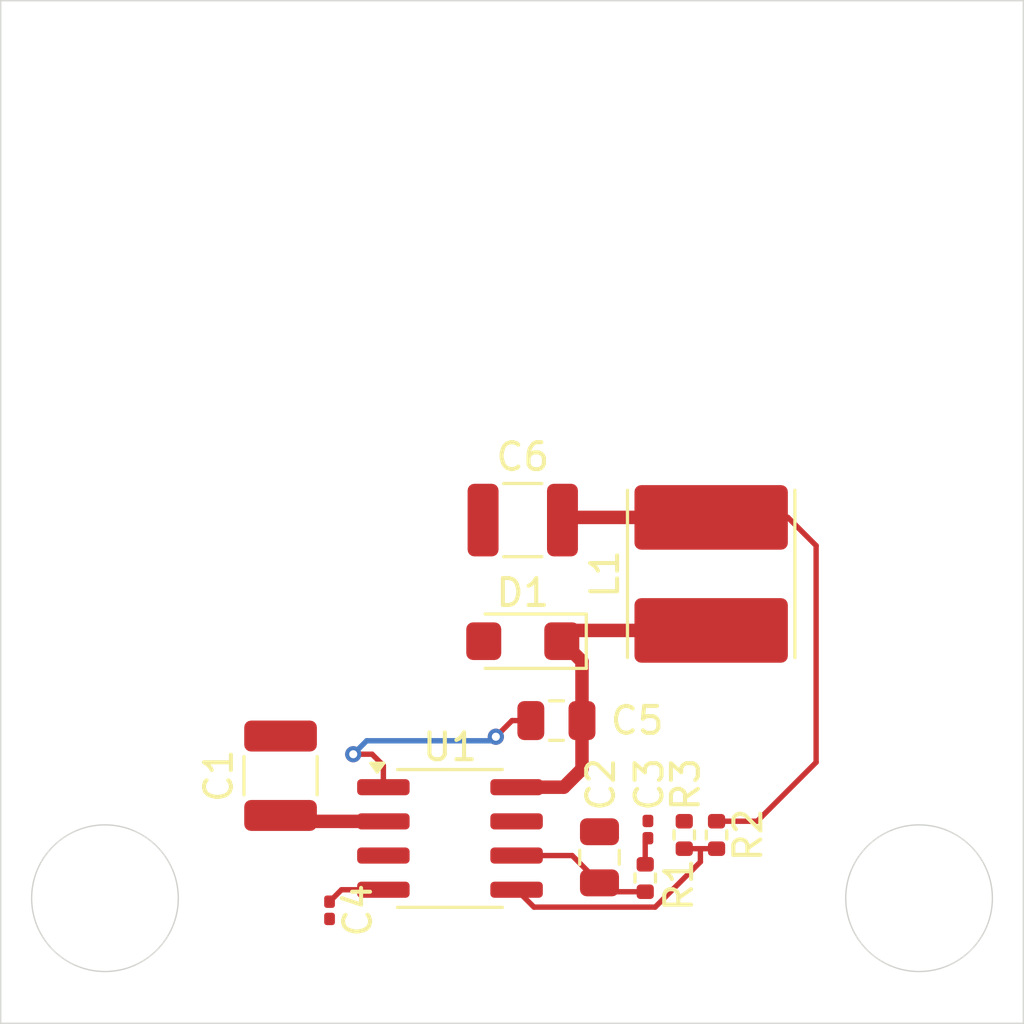
<source format=kicad_pcb>
(kicad_pcb (version 20241229) (generator "pcbnew") (generator_version "9.0")
  (layers (0 "F.Cu" signal) (2 "B.Cu" signal) (13 "F.Paste" user) (15 "B.Paste" user) (5 "F.SilkS" user "F.Silkscreen") (7 "B.SilkS" user "B.Silkscreen") (1 "F.Mask" user) (3 "B.Mask" user) (25 "Edge.Cuts" user))
  (net 0 "")
  (net 1 "12V")
  (net 2 "GND")
  (net 3 "Net-(U1-COMP)")
  (net 4 "Net-(U1-SS)")
  (net 5 "Net-(D1-K)")
  (net 6 "Net-(U1-BOOT)")
  (net 7 "Net-(C6-Pad1)")
  (net 8 "Net-(U1-VSENSE)")
  (net 10 "Net-(C3-Pad1)")
  (footprint "Package_SO:SOIC-8_3.9x4.9mm_P1.27mm" (layer "F.Cu") (at 110.545 73.03)
    (property "Reference" "U1" (at 0 -3.4 0) (layer "F.SilkS"))
    (property "Value" "~")
    (fp_line (start 0 -2.56) (end -1.95 -2.56) (stroke (width 0.12)) (layer "F.SilkS"))
    (fp_line (start 0 -2.56) (end 1.95 -2.56) (stroke (width 0.12)) (layer "F.SilkS"))
    (fp_line (start 0 2.56) (end -1.95 2.56) (stroke (width 0.12)) (layer "F.SilkS"))
    (fp_line (start 0 2.56) (end 1.95 2.56) (stroke (width 0.12)) (layer "F.SilkS"))
    (fp_poly (pts (xy -2.7 -2.465) (xy -2.94 -2.795) (xy -2.46 -2.795)) (stroke (width 0.12)) (fill yes) (layer "F.SilkS"))
    (pad "1" smd roundrect (at -2.475 -1.905) (size 1.95 0.6) (layers "F.Cu" "F.Mask" "F.Paste") (net 6 "Net-(U1-BOOT)"))
    (pad "2" smd roundrect (at -2.475 -0.635) (size 1.95 0.6) (layers "F.Cu" "F.Mask" "F.Paste") (net 1 "12V"))
    (pad "3" smd roundrect (at -2.475 0.635) (size 1.95 0.6) (layers "F.Cu" "F.Mask" "F.Paste"))
    (pad "4" smd roundrect (at -2.475 1.905) (size 1.95 0.6) (layers "F.Cu" "F.Mask" "F.Paste") (net 4 "Net-(U1-SS)"))
    (pad "5" smd roundrect (at 2.475 1.905) (size 1.95 0.6) (layers "F.Cu" "F.Mask" "F.Paste") (net 8 "Net-(U1-VSENSE)"))
    (pad "6" smd roundrect (at 2.475 0.635) (size 1.95 0.6) (layers "F.Cu" "F.Mask" "F.Paste") (net 3 "Net-(U1-COMP)"))
    (pad "7" smd roundrect (at 2.475 -0.635) (size 1.95 0.6) (layers "F.Cu" "F.Mask" "F.Paste") (net 2 "GND"))
    (pad "8" smd roundrect (at 2.475 -1.905) (size 1.95 0.6) (layers "F.Cu" "F.Mask" "F.Paste") (net 5 "Net-(D1-K)"))
  )
  (footprint "Capacitor_SMD:C_0805_2012Metric" (layer "F.Cu") (at 114.5 68.65)
    (property "Reference" "C5" (at 3 0 0) (layer "F.SilkS"))
    (property "Value" "100nF")
    (fp_line (start -0.261252 -0.735) (end 0.261252 -0.735) (stroke (width 0.12)) (layer "F.SilkS"))
    (fp_line (start -0.261252 0.735) (end 0.261252 0.735) (stroke (width 0.12)) (layer "F.SilkS"))
    (pad "1" smd roundrect (at -0.95 0) (size 1 1.45) (layers "F.Cu" "F.Mask" "F.Paste") (net 6 "Net-(U1-BOOT)"))
    (pad "2" smd roundrect (at 0.95 0) (size 1 1.45) (layers "F.Cu" "F.Mask" "F.Paste") (net 5 "Net-(D1-K)"))
  )
  (footprint "Resistor_SMD:R_0402_1005Metric" (layer "F.Cu") (at 119.25 72.9 90)
    (property "Reference" "R3" (at 1.88 0.05 90) (layer "F.SilkS"))
    (property "Value" "3.24K")
    (fp_line (start -0.153641 -0.38) (end 0.153641 -0.38) (stroke (width 0.12)) (layer "F.SilkS"))
    (fp_line (start -0.153641 0.38) (end 0.153641 0.38) (stroke (width 0.12)) (layer "F.SilkS"))
    (pad "1" smd roundrect (at -0.51 0 90) (size 0.54 0.64) (layers "F.Cu" "F.Mask" "F.Paste") (net 8 "Net-(U1-VSENSE)"))
    (pad "2" smd roundrect (at 0.51 0 90) (size 0.54 0.64) (layers "F.Cu" "F.Mask" "F.Paste") (net 2 "GND"))
  )
  (footprint "Inductor_SMD:L_Cenker_CKCS6045" (layer "F.Cu") (at 120.25 63.2 90)
    (property "Reference" "L1" (at 0 -3.95 90) (layer "F.SilkS"))
    (property "Value" "L")
    (fp_line (start -3.11 -3.11) (end 3.11 -3.11) (stroke (width 0.12)) (layer "F.SilkS"))
    (fp_line (start 3.11 3.11) (end -3.11 3.11) (stroke (width 0.12)) (layer "F.SilkS"))
    (pad "1" smd roundrect (at -2.1 0 90) (size 2.4 5.7) (layers "F.Cu" "F.Mask" "F.Paste") (roundrect_rratio 0.104167) (net 5 "Net-(D1-K)"))
    (pad "2" smd roundrect (at 2.1 0 90) (size 2.4 5.7) (layers "F.Cu" "F.Mask" "F.Paste") (roundrect_rratio 0.104167) (net 7 "Net-(C6-Pad1)"))
  )
  (footprint "Capacitor_SMD:C_0805_2012Metric" (layer "F.Cu") (at 116.1 73.73 90)
    (property "Reference" "C2" (at 2.71 0.05 90) (layer "F.SilkS"))
    (property "Value" "10pF")
    (fp_line (start -0.261252 -0.735) (end 0.261252 -0.735) (stroke (width 0.12)) (layer "F.SilkS"))
    (fp_line (start -0.261252 0.735) (end 0.261252 0.735) (stroke (width 0.12)) (layer "F.SilkS"))
    (pad "1" smd roundrect (at -0.95 0 90) (size 1 1.45) (layers "F.Cu" "F.Mask" "F.Paste") (net 3 "Net-(U1-COMP)"))
    (pad "2" smd roundrect (at 0.95 0 90) (size 1 1.45) (layers "F.Cu" "F.Mask" "F.Paste") (net 2 "GND"))
  )
  (footprint "Capacitor_SMD:C_1210_3225Metric" (layer "F.Cu") (at 113.25 61.2 180)
    (property "Reference" "C6" (at 0 2.35 0) (layer "F.SilkS"))
    (property "Value" "47uF")
    (fp_line (start -0.711252 1.36) (end 0.711252 1.36) (stroke (width 0.12)) (layer "F.SilkS"))
    (fp_line (start -0.711252 -1.36) (end 0.711252 -1.36) (stroke (width 0.12)) (layer "F.SilkS"))
    (pad "1" smd roundrect (at -1.475 0 180) (size 1.15 2.7) (layers "F.Cu" "F.Mask" "F.Paste") (roundrect_rratio 0.217391) (net 7 "Net-(C6-Pad1)"))
    (pad "2" smd roundrect (at 1.475 0 180) (size 1.15 2.7) (layers "F.Cu" "F.Mask" "F.Paste") (roundrect_rratio 0.217391) (net 2 "GND"))
  )
  (footprint "Capacitor_SMD:C_1210_3225Metric" (layer "F.Cu") (at 104.25 70.7 90)
    (property "Reference" "C1" (at 0 -2.3 90) (layer "F.SilkS"))
    (property "Value" "10uF")
    (fp_line (start -0.711252 -1.36) (end 0.711252 -1.36) (stroke (width 0.12)) (layer "F.SilkS"))
    (fp_line (start -0.711252 1.36) (end 0.711252 1.36) (stroke (width 0.12)) (layer "F.SilkS"))
    (pad "1" smd roundrect (at -1.475 0 90) (size 1.15 2.7) (layers "F.Cu" "F.Mask" "F.Paste") (roundrect_rratio 0.217391) (net 1 "12V"))
    (pad "2" smd roundrect (at 1.475 0 90) (size 1.15 2.7) (layers "F.Cu" "F.Mask" "F.Paste") (roundrect_rratio 0.217391) (net 2 "GND"))
  )
  (footprint "Capacitor_SMD:C_0201_0603Metric" (layer "F.Cu") (at 117.9 72.7 90)
    (property "Reference" "C3" (at 1.68 0.05 90) (layer "F.SilkS"))
    (property "Value" "4.3nF")
    (pad "1" smd roundrect (at -0.32 0 90) (size 0.46 0.4) (layers "F.Cu" "F.Mask") (net 10 "Net-(C3-Pad1)"))
    (pad "2" smd roundrect (at 0.32 0 90) (size 0.46 0.4) (layers "F.Cu" "F.Mask") (net 2 "GND"))
  )
  (footprint "Resistor_SMD:R_0402_1005Metric" (layer "F.Cu") (at 117.8 74.5 90)
    (property "Reference" "R1" (at -0.25 1.25 90) (layer "F.SilkS"))
    (property "Value" "8.66K")
    (fp_line (start -0.153641 -0.38) (end 0.153641 -0.38) (stroke (width 0.12)) (layer "F.SilkS"))
    (fp_line (start -0.153641 0.38) (end 0.153641 0.38) (stroke (width 0.12)) (layer "F.SilkS"))
    (pad "1" smd roundrect (at -0.51 0 90) (size 0.54 0.64) (layers "F.Cu" "F.Mask" "F.Paste") (net 3 "Net-(U1-COMP)"))
    (pad "2" smd roundrect (at 0.51 0 90) (size 0.54 0.64) (layers "F.Cu" "F.Mask" "F.Paste") (net 10 "Net-(C3-Pad1)"))
  )
  (footprint "Capacitor_SMD:C_0201_0603Metric" (layer "F.Cu") (at 106.07 75.7 -90)
    (property "Reference" "C4" (at 0 -1.05 90) (layer "F.SilkS"))
    (property "Value" "8.2nF")
    (pad "1" smd roundrect (at -0.32 0 270) (size 0.46 0.4) (layers "F.Cu" "F.Mask") (net 4 "Net-(U1-SS)"))
    (pad "2" smd roundrect (at 0.32 0 270) (size 0.46 0.4) (layers "F.Cu" "F.Mask") (net 2 "GND"))
  )
  (footprint "Diode_SMD:D_SMF" (layer "F.Cu") (at 113.25 65.7 180)
    (property "Reference" "D1" (at 0 1.8 0) (layer "F.SilkS"))
    (property "Value" "D_Schottky")
    (fp_line (start -2.36 1.01) (end 1.4 1.01) (stroke (width 0.12)) (layer "F.SilkS"))
    (fp_line (start -2.36 -1.01) (end 1.4 -1.01) (stroke (width 0.12)) (layer "F.SilkS"))
    (fp_line (start -2.36 -1.01) (end -2.36 1.01) (stroke (width 0.12)) (layer "F.SilkS"))
    (pad "1" smd roundrect (at -1.45 0 180) (size 1.3 1.4) (layers "F.Cu" "F.Mask" "F.Paste") (roundrect_rratio 0.1923076923) (net 5 "Net-(D1-K)"))
    (pad "2" smd roundrect (at 1.45 0 180) (size 1.3 1.4) (layers "F.Cu" "F.Mask" "F.Paste") (roundrect_rratio 0.1923076923) (net 2 "GND"))
  )
  (footprint "Resistor_SMD:R_0402_1005Metric" (layer "F.Cu") (at 120.45 72.9 -90)
    (property "Reference" "R2" (at 0 -1.17 90) (layer "F.SilkS"))
    (property "Value" "10.2K")
    (fp_line (start -0.153641 0.38) (end 0.153641 0.38) (stroke (width 0.12)) (layer "F.SilkS"))
    (fp_line (start -0.153641 -0.38) (end 0.153641 -0.38) (stroke (width 0.12)) (layer "F.SilkS"))
    (pad "1" smd roundrect (at -0.51 0 270) (size 0.54 0.64) (layers "F.Cu" "F.Mask" "F.Paste") (net 7 "Net-(C6-Pad1)"))
    (pad "2" smd roundrect (at 0.51 0 270) (size 0.54 0.64) (layers "F.Cu" "F.Mask" "F.Paste") (net 8 "Net-(U1-VSENSE)"))
  )
  (gr_circle (center 127.975 75.25) (end 130.7 75.25) (stroke (width 0.05)) (fill no) (layer "Edge.Cuts"))
  (gr_rect (start 93.85 41.9) (end 131.85 79.9) (stroke (width 0.05)) (fill no) (layer "Edge.Cuts"))
  (gr_circle (center 97.725 75.25) (end 100.45 75.25) (stroke (width 0.05)) (fill no) (layer "Edge.Cuts"))
  (segment (start 104.47 72.395) (end 104.25 72.175) (width 0.5) (layer "F.Cu") (net 1))
  (segment (start 108.07 72.395) (end 104.47 72.395) (width 0.5) (layer "F.Cu") (net 1))
  (segment (start 116.1 74.68) (end 115.085 73.665) (width 0.2) (layer "F.Cu") (net 3))
  (segment (start 117.8 75.01) (end 116.43 75.01) (width 0.2) (layer "F.Cu") (net 3))
  (segment (start 116.43 75.01) (end 116.1 74.68) (width 0.2) (layer "F.Cu") (net 3))
  (segment (start 115.085 73.665) (end 113.02 73.665) (width 0.2) (layer "F.Cu") (net 3))
  (segment (start 106.515 74.935) (end 106.07 75.38) (width 0.2) (layer "F.Cu") (net 4))
  (segment (start 108.07 74.935) (end 106.515 74.935) (width 0.2) (layer "F.Cu") (net 4))
  (segment (start 113.02 71.125) (end 114.775 71.125) (width 0.5) (layer "F.Cu") (net 5))
  (segment (start 115.45 66.45) (end 114.7 65.7) (width 0.5) (layer "F.Cu") (net 5))
  (segment (start 115.45 68.65) (end 115.45 66.45) (width 0.5) (layer "F.Cu") (net 5))
  (segment (start 120.25 65.3) (end 115.1 65.3) (width 0.5) (layer "F.Cu") (net 5))
  (segment (start 114.775 71.125) (end 115.45 70.45) (width 0.5) (layer "F.Cu") (net 5))
  (segment (start 115.45 70.45) (end 115.45 68.65) (width 0.5) (layer "F.Cu") (net 5))
  (segment (start 115.1 65.3) (end 114.7 65.7) (width 0.5) (layer "F.Cu") (net 5))
  (segment (start 112.85 68.65) (end 113.55 68.65) (width 0.2) (layer "F.Cu") (net 6))
  (segment (start 107.65 69.9) (end 108.07 70.32) (width 0.2) (layer "F.Cu") (net 6))
  (segment (start 112.25 69.25) (end 112.85 68.65) (width 0.2) (layer "F.Cu") (net 6))
  (segment (start 106.95 69.9) (end 107.1 69.75) (width 0.2) (layer "F.Cu") (net 6))
  (segment (start 106.95 69.9) (end 107.65 69.9) (width 0.2) (layer "F.Cu") (net 6))
  (segment (start 108.07 70.32) (end 108.07 71.125) (width 0.2) (layer "F.Cu") (net 6))
  (via (at 106.95 69.9) (size 0.6) (drill 0.3) (layers "F.Cu" "B.Cu") (net 6))
  (via (at 112.25 69.25) (size 0.6) (drill 0.3) (layers "F.Cu" "B.Cu") (net 6))
  (segment (start 112.25 69.25) (end 112.1 69.4) (width 0.2) (layer "B.Cu") (net 6))
  (segment (start 107.45 69.4) (end 106.95 69.9) (width 0.2) (layer "B.Cu") (net 6))
  (segment (start 112.1 69.4) (end 107.45 69.4) (width 0.2) (layer "B.Cu") (net 6))
  (segment (start 121.96 72.39) (end 120.45 72.39) (width 0.2) (layer "F.Cu") (net 7))
  (segment (start 123.099999 61.1) (end 124.15 62.150001) (width 0.2) (layer "F.Cu") (net 7))
  (segment (start 124.15 70.2) (end 121.96 72.39) (width 0.2) (layer "F.Cu") (net 7))
  (segment (start 124.15 62.150001) (end 124.15 70.2) (width 0.2) (layer "F.Cu") (net 7))
  (segment (start 114.825 61.1) (end 114.725 61.2) (width 0.5) (layer "F.Cu") (net 7))
  (segment (start 120.25 61.1) (end 123.099999 61.1) (width 0.2) (layer "F.Cu") (net 7))
  (segment (start 120.25 61.1) (end 114.825 61.1) (width 0.5) (layer "F.Cu") (net 7))
  (segment (start 120.45 73.41) (end 119.85 73.41) (width 0.2) (layer "F.Cu") (net 8))
  (segment (start 119.85 73.41) (end 119.85 73.90034) (width 0.2) (layer "F.Cu") (net 8))
  (segment (start 118.16934 75.581) (end 113.666 75.581) (width 0.2) (layer "F.Cu") (net 8))
  (segment (start 113.666 75.581) (end 113.02 74.935) (width 0.2) (layer "F.Cu") (net 8))
  (segment (start 119.85 73.41) (end 119.25 73.41) (width 0.2) (layer "F.Cu") (net 8))
  (segment (start 119.85 73.90034) (end 118.16934 75.581) (width 0.2) (layer "F.Cu") (net 8))
  (segment (start 117.8 73.12) (end 117.9 73.02) (width 0.2) (layer "F.Cu") (net 10))
  (segment (start 117.8 73.99) (end 117.8 73.12) (width 0.2) (layer "F.Cu") (net 10))
)
</source>
